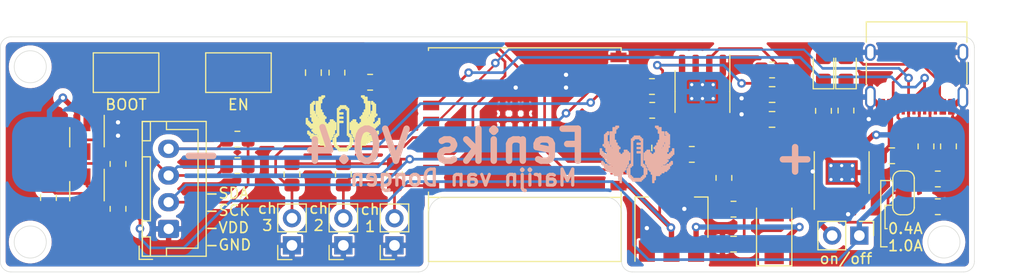
<source format=kicad_pcb>
(kicad_pcb (version 20211014) (generator pcbnew)
  (layers (0 "F.Cu" signal) (31 "B.Cu" signal) (34 "B.Paste" user) (35 "F.Paste" user) (36 "B.SilkS" user "B.Silkscreen") (37 "F.SilkS" user "F.Silkscreen") (38 "B.Mask" user) (39 "F.Mask" user) (44 "Edge.Cuts" user))
  (net 0 "")
  (net 1 "ADC_CH0")
  (net 2 "ADC_CH1")
  (net 3 "ADC_CH3")
  (net 4 "ADC_CH4")
  (net 7 "GND")
  (net 9 "+3.3V")
  (net 10 "+BATT")
  (net 11 "Net-(C1-Pad2)")
  (net 12 "Net-(C2-Pad1)")
  (net 13 "Net-(BT1-Pad2)")
  (net 14 "+5V")
  (net 15 "Net-(D1-Pad1)")
  (net 16 "Net-(D2-Pad1)")
  (net 17 "Net-(D3-Pad2)")
  (net 18 "Net-(JP1-Pad1)")
  (net 19 "Net-(J1-PadA5)")
  (net 20 "Net-(JP1-Pad3)")
  (net 21 "Net-(R9-Pad2)")
  (net 22 "Net-(R10-Pad2)")
  (net 23 "+VSW")
  (net 24 "D+")
  (net 25 "Net-(R15-Pad2)")
  (net 26 "Net-(C4-Pad2)")
  (net 27 "Net-(R18-Pad1)")
  (net 31 "D-")
  (net 32 "Net-(R17-Pad1)")
  (net 33 "Net-(R19-Pad2)")
  (net 34 "Net-(R20-Pad2)")
  (net 38 "Net-(J1-PadB5)")
  (net 39 "OLED_SDA")
  (net 40 "OLED_SLC")
  (net 41 "Net-(U2-Pad1)")
  (net 42 "Net-(U2-Pad3)")
  (net 44 "Net-(JP1-Pad2)")
  (footprint "Resistor_SMD:R_0805_2012Metric_Pad1.20x1.40mm_HandSolder" (layer "F.Cu") (at 64.5 110.7 180)
    (fp_text reference "R14" hide)
    (fp_text value "10k")
  )
  (footprint "Capacitor_SMD:C_0805_2012Metric_Pad1.18x1.45mm_HandSolder" (layer "F.Cu") (at 114.445 106.375 180)
    (fp_text reference "C3" hide)
    (fp_text value "47uF")
  )
  (footprint "Resistor_SMD:R_0805_2012Metric_Pad1.20x1.40mm_HandSolder" (layer "F.Cu") (at 119.25 105.575 -90)
    (fp_text reference "R10" hide)
    (fp_text value "1k")
  )
  (footprint "Diode_SMD:D_SMA" (layer "F.Cu") (at 114.645 116.675 90)
    (fp_text reference "D3" hide)
    (fp_text value "D_Schottky")
  )
  (footprint "Capacitor_SMD:C_0805_2012Metric_Pad1.18x1.45mm_HandSolder" (layer "F.Cu") (at 114.45 104.05 180)
    (fp_text reference "C5" hide)
    (fp_text value "47uF")
  )
  (footprint "Resistor_SMD:R_0805_2012Metric_Pad1.20x1.40mm_HandSolder" (layer "F.Cu") (at 109.95 111.85 90)
    (fp_text reference "R20" hide)
    (fp_text value "68k")
  )
  (footprint "Package_TO_SOT_SMD:SOT-23-6_Handsoldering" (layer "F.Cu") (at 50.45 113.095 -90)
    (fp_text reference "U2" hide)
    (fp_text value "DW01")
  )
  (footprint "Resistor_SMD:R_0805_2012Metric_Pad1.20x1.40mm_HandSolder" (layer "F.Cu") (at 103.225 103.3)
    (fp_text reference "R8" hide)
    (fp_text value "10K")
  )
  (footprint "Package_SO:SOIC-8-1EP_3.9x4.9mm_P1.27mm_EP2.29x3mm_ThermalVias" (layer "F.Cu") (at 107.945 103.775 -90)
    (fp_text reference "U5" hide)
    (fp_text value "FP6298")
  )
  (footprint "Resistor_SMD:R_0805_2012Metric_Pad1.20x1.40mm_HandSolder" (layer "F.Cu") (at 53.35 110.545 90)
    (fp_text reference "R18" hide)
    (fp_text value "1k")
  )
  (footprint "Resistor_SMD:R_0805_2012Metric_Pad1.20x1.40mm_HandSolder" (layer "F.Cu") (at 129.93 111.95 180)
    (fp_text reference "R11" hide)
    (fp_text value "1.2k")
  )
  (footprint "LED_SMD:LED_0805_2012Metric_Pad1.15x1.40mm_HandSolder" (layer "F.Cu") (at 119.25 101.65 90)
    (fp_text reference "D2" hide)
    (fp_text value "red")
  )
  (footprint "Connector_JST:JST_XH_B4B-XH-A_1x04_P2.50mm_Vertical" (layer "F.Cu") (at 58.075 116.625 90)
    (fp_text reference "J2" hide)
    (fp_text value "I2C OLED")
  )
  (footprint "Capacitor_SMD:C_0805_2012Metric_Pad1.18x1.45mm_HandSolder" (layer "F.Cu") (at 103.95 109.05 90)
    (fp_text reference "C7" hide)
    (fp_text value "47uF")
  )
  (footprint "Resistor_SMD:R_0805_2012Metric_Pad1.20x1.40mm_HandSolder" (layer "F.Cu") (at 79.175 111.515 90)
    (fp_text reference "R1" hide)
    (fp_text value "10K")
  )
  (footprint "Resistor_SMD:R_0805_2012Metric_Pad1.20x1.40mm_HandSolder" (layer "F.Cu") (at 106.95 109.65 180)
    (fp_text reference "R21" hide)
    (fp_text value "10k")
  )
  (footprint "Capacitor_SMD:C_0805_2012Metric_Pad1.18x1.45mm_HandSolder" (layer "F.Cu") (at 46.85 113.7 -90)
    (fp_text reference "C4" hide)
    (fp_text value "100nF")
  )
  (footprint "Espressif:ESP32-C3-WROOM-02" (layer "F.Cu") (at 91.35 106.675 180)
    (fp_text reference "U4" hide)
    (fp_text value "ESP32-C3-WROOM-02")
  )
  (footprint "Capacitor_SMD:C_0805_2012Metric_Pad1.18x1.45mm_HandSolder" (layer "F.Cu") (at 110.85 118.05 180)
    (fp_text reference "C6" hide)
    (fp_text value "47uF")
  )
  (footprint "Jumper:SolderJumper-3_P1.3mm_Open_RoundedPad1.0x1.5mm_NumberLabels" (layer "F.Cu") (at 126.73 113.25 90)
    (fp_text reference "JP1" hide)
    (fp_text value "Jumper_3_Open")
  )
  (footprint "Costom_footprints:CD43" (layer "F.Cu") (at 113.745 110.175 -90)
    (fp_text reference "L1" hide)
    (fp_text value "3.3uH")
  )
  (footprint "Resistor_SMD:R_0805_2012Metric_Pad1.20x1.40mm_HandSolder" (layer "F.Cu") (at 130.925 108.9 -90)
    (fp_text reference "R5" hide)
    (fp_text value "5.1k")
  )
  (footprint "Connector_PinSocket_2.54mm:PinSocket_1x02_P2.54mm_Vertical" (layer "F.Cu") (at 69.6 118.165 180)
    (fp_text reference "NTC3" hide)
    (fp_text value "Thermistor_NTC")
  )
  (footprint "Resistor_SMD:R_0805_2012Metric_Pad1.20x1.40mm_HandSolder" (layer "F.Cu") (at 128.825 108.9 -90)
    (fp_text reference "R6" hide)
    (fp_text value "5.1k")
  )
  (footprint "Connector_PinSocket_2.54mm:PinSocket_1x02_P2.54mm_Vertical" (layer "F.Cu") (at 74.4 118.165 180)
    (fp_text reference "NTC2" hide)
    (fp_text value "Thermistor_NTC")
  )
  (footprint "Capacitor_SMD:C_0805_2012Metric_Pad1.18x1.45mm_HandSolder" (layer "F.Cu") (at 71.6 102 90)
    (fp_text reference "C1" hide)
    (fp_text value "1uF")
  )
  (footprint "Button_Switch_SMD:SW_SPST_CK_RS282G05A3" (layer "F.Cu") (at 64.6 102)
    (fp_text reference "SW3" hide)
    (fp_text value "SW_Push")
  )
  (footprint "Package_SO:SOIC-8-1EP_3.9x4.9mm_P1.27mm_EP2.29x3mm_ThermalVias" (layer "F.Cu") (at 120.95 111.35 90)
    (fp_text reference "U1" hide)
    (fp_text value "TP4056")
  )
  (footprint "Resistor_SMD:R_0805_2012Metric_Pad1.20x1.40mm_HandSolder" (layer "F.Cu") (at 76.9 102.9)
    (fp_text reference "R15" hide)
    (fp_text value "10k")
  )
  (footprint "Package_TO_SOT_SMD:SOT-23-6_Handsoldering" (layer "F.Cu") (at 50.45 108.045 -90)
    (fp_text reference "U3" hide)
    (fp_text value "FS8205A")
  )
  (footprint "Resistor_SMD:R_0805_2012Metric_Pad1.20x1.40mm_HandSolder" (layer "F.Cu") (at 103.25 105.525 180)
    (fp_text reference "R7" hide)
    (fp_text value "20K")
  )
  (footprint "Resistor_SMD:R_0805_2012Metric_Pad1.20x1.40mm_HandSolder" (layer "F.Cu") (at 64.5 108.225 180)
    (fp_text reference "R14" hide)
    (fp_text value "10k")
  )
  (footprint "Package_TO_SOT_SMD:SOT-223-3_TabPin2" (layer "F.Cu") (at 105.05 115.55 90)
    (fp_text reference "U6" hide)
    (fp_text value "LM1117-3.3")
  )
  (footprint "Capacitor_SMD:C_0805_2012Metric_Pad1.18x1.45mm_HandSolder" (layer "F.Cu") (at 125.63 109.78)
    (fp_text reference "C2" hide)
    (fp_text value "47uF")
  )
  (footprint "Connector_USB:USB_C_Receptacle_HRO_TYPE-C-31-M-12" (layer "F.Cu") (at 127.95 101.15 180)
    (fp_text reference "J1" hide)
    (fp_text value "USB_C_Receptacle_USB2.0")
  )
  (footprint "Resistor_SMD:R_0805_2012Metric_Pad1.20x1.40mm_HandSolder" (layer "F.Cu") (at 73.8 102 -90)
    (fp_text reference "R16" hide)
    (fp_text value "10k")
  )
  (footprint "Button_Switch_SMD:SW_SPST_CK_RS282G05A3" (layer "F.Cu") (at 54.1 102)
    (fp_text reference "SW2" hide)
    (fp_text value "SW_Push")
  )
  (footprint "Resistor_SMD:R_0805_2012Metric_Pad1.20x1.40mm_HandSolder" (layer "F.Cu") (at 121.35 105.55 -90)
    (fp_text reference "R9" hide)
    (fp_text value "1k")
  )
  (footprint "Resistor_SMD:R_0805_2012Metric_Pad1.20x1.40mm_HandSolder" (layer "F.Cu") (at 69.6 111.515 90)
    (fp_text reference "R3" hide)
    (fp_text value "10K")
  )
  (footprint "Connector_PinSocket_2.54mm:PinSocket_1x02_P2.54mm_Vertical" (layer "F.Cu") (at 79.175 118.165 180)
    (fp_text reference "NTC1" hide)
    (fp_text value "Thermistor_NTC")
  )
  (footprint "Resistor_SMD:R_0805_2012Metric_Pad1.20x1.40mm_HandSolder" (layer "F.Cu") (at 114.45 101.75 180)
    (fp_text reference "R17" hide)
    (fp_text value "26k")
  )
  (footprint "Resistor_SMD:R_0805_2012Metric_Pad1.20x1.40mm_HandSolder" (layer "F.Cu") (at 129.93 114.55 180)
    (fp_text reference "R12" hide)
    (fp_text value "3k")
  )
  (footprint "Connector_PinHeader_2.54mm:PinHeader_1x02_P2.54mm_Vertical" (layer "F.Cu") (at 122.6 117.25 -90)
    (fp_text reference "SW1" hide)
    (fp_text value "SW_SPST")
  )
  (footprint "Resistor_SMD:R_0805_2012Metric_Pad1.20x1.40mm_HandSolder" (layer "F.Cu") (at 74.4 111.515 90)
    (fp_text reference "R2" hide)
    (fp_text value "10K")
  )
  (footprint "LED_SMD:LED_0805_2012Metric_Pad1.15x1.40mm_HandSolder" (layer "F.Cu") (at 121.35 101.65 90)
    (fp_text reference "D1" hide)
    (fp_text value "green")
  )
  (footprint "Resistor_SMD:R_0805_2012Metric_Pad1.20x1.40mm_HandSolder" (layer "F.Cu") (at 110.845 114.775 180)
    (fp_text reference "R19" hide)
    (fp_text value "5.1k")
  )
  (footprint "Resistor_SMD:R_0805_2012Metric_Pad1.20x1.40mm_HandSolder" (layer "F.Cu") (at 53.35 114.745 90)
    (fp_text reference "R13" hide)
    (fp_text value "100")
  )
  (footprint "Costom_footprints:18650SMT holder" (layer "B.Cu") (at 87.95 109.65 90)
    (fp_text reference "BT1" hide)
    (fp_text value "Battery_Cell")
  )
  (gr_poly (pts (xy 102.096652 108.0625) (xy 102.228944 108.0625) (xy 102.228944 108.194792) (xy 102.361236 108.194792) (xy 102.361236 110.576042) (xy 102.493527 110.576042) (xy 102.493527 110.708333) (xy 102.625819 110.708333) (xy 102.625819 110.972917) (xy 102.758111 110.972917) (xy 102.758111 111.502084) (xy 102.625819 111.502084) (xy 102.625819 111.766667) (xy 102.493527 111.766667) (xy 102.493527 111.898959) (xy 102.361236 111.898959) (xy 102.361236 112.03125) (xy 102.228944 112.03125) (xy 102.228944 112.163542) (xy 101.435194 112.163542) (xy 101.435194 112.03125) (xy 101.302903 112.03125) (xy 101.302903 111.898959) (xy 101.170611 111.898959) (xy 101.170611 111.766667) (xy 101.038319 111.766667) (xy 101.038319 111.634375) (xy 101.170611 111.634375) (xy 101.302903 111.634375) (xy 101.302903 111.766667) (xy 101.435194 111.766667) (xy 101.435194 111.898959) (xy 102.228944 111.898959) (xy 102.228944 111.766667) (xy 102.361236 111.766667) (xy 102.361236 111.634375) (xy 102.493527 111.634375) (xy 102.493527 110.840625) (xy 102.361236 110.840625) (xy 102.361236 110.708333) (xy 102.228944 110.708333) (xy 102.228944 109.517708) (xy 101.832069 109.517708) (xy 101.832069 109.385417) (xy 102.228944 109.385417) (xy 102.228944 109.120834) (xy 101.832069 109.120834) (xy 101.832069 108.988542) (xy 102.228944 108.988542) (xy 102.228944 108.723959) (xy 101.832069 108.723959) (xy 101.832069 108.591667) (xy 102.228944 108.591667) (xy 102.228944 108.327084) (xy 102.096652 108.327084) (xy 102.096652 108.194792) (xy 101.567486 108.194792) (xy 101.567486 108.327084) (xy 101.435194 108.327084) (xy 101.435194 110.708333) (xy 101.302903 110.708333) (xy 101.302903 110.840625) (xy 101.170611 110.840625) (xy 101.170611 111.634375) (xy 101.038319 111.634375) (xy 101.038319 111.502084) (xy 100.906028 111.502084) (xy 100.906028 110.972917) (xy 101.038319 110.972917) (xy 101.038319 110.708333) (xy 101.170611 110.708333) (xy 101.170611 110.576042) (xy 101.302903 110.576042) (xy 101.302903 108.194792) (xy 101.435194 108.194792) (xy 101.435194 108.0625) (xy 101.567486 108.0625) (xy 101.567486 107.930209) (xy 102.096652 107.930209)) (layer "B.SilkS") (width 0.1) (fill solid))
  (gr_poly (pts (xy 103.816444 107.136459) (xy 104.081027 107.136459) (xy 104.081027 107.533334) (xy 104.34561 107.533334) (xy 104.34561 108.723959) (xy 104.477902 108.723959) (xy 104.477902 108.459375) (xy 104.610194 108.459375) (xy 104.610194 107.797917) (xy 104.477902 107.797917) (xy 104.477902 107.533334) (xy 104.610194 107.533334) (xy 104.610194 107.665625) (xy 104.742485 107.665625) (xy 104.742485 107.797917) (xy 104.874777 107.797917) (xy 104.874777 108.723959) (xy 104.742485 108.723959) (xy 104.742485 108.85625) (xy 104.874777 108.85625) (xy 104.874777 108.988542) (xy 104.742485 108.988542) (xy 104.742485 109.385417) (xy 104.610194 109.385417) (xy 104.610194 109.65) (xy 104.874777 109.65) (xy 104.874777 109.517708) (xy 105.007069 109.517708) (xy 105.007069 109.385417) (xy 105.13936 109.385417) (xy 105.13936 109.120834) (xy 105.271652 109.120834) (xy 105.271652 109.65) (xy 105.13936 109.65) (xy 105.13936 109.782292) (xy 105.007069 109.782292) (xy 105.007069 109.914584) (xy 104.874777 109.914584) (xy 104.874777 110.046875) (xy 104.610194 110.046875) (xy 104.610194 110.179167) (xy 104.742485 110.179167) (xy 104.742485 110.311459) (xy 104.610194 110.311459) (xy 104.610194 110.44375) (xy 104.477902 110.44375) (xy 104.477902 110.576042) (xy 104.213319 110.576042) (xy 104.213319 110.708333) (xy 104.610194 110.708333) (xy 104.610194 110.576042) (xy 104.874777 110.576042) (xy 104.874777 110.44375) (xy 105.007069 110.44375) (xy 105.007069 110.311459) (xy 105.13936 110.311459) (xy 105.13936 110.576042) (xy 105.007069 110.576042) (xy 105.007069 110.708333) (xy 104.874777 110.708333) (xy 104.874777 110.972917) (xy 104.742485 110.972917) (xy 104.742485 111.105209) (xy 104.610194 111.105209) (xy 104.610194 111.2375) (xy 104.34561 111.2375) (xy 104.34561 111.369791) (xy 104.081027 111.369791) (xy 104.081027 111.502084) (xy 103.948735 111.502084) (xy 103.948735 111.634375) (xy 103.551861 111.634375) (xy 103.551861 112.03125) (xy 103.419569 112.03125) (xy 103.419569 112.295834) (xy 103.287277 112.295834) (xy 103.287277 111.502084) (xy 103.154986 111.502084) (xy 103.154986 111.2375) (xy 103.022694 111.2375) (xy 103.022694 111.105209) (xy 102.890402 111.105209) (xy 102.890402 110.840625) (xy 104.081027 110.840625) (xy 104.213319 110.840625) (xy 104.213319 110.708333) (xy 104.081027 110.708333) (xy 104.081027 110.840625) (xy 102.890402 110.840625) (xy 102.758111 110.840625) (xy 102.758111 110.576042) (xy 102.625819 110.576042) (xy 102.625819 110.179167) (xy 102.493527 110.179167) (xy 102.493527 109.517708) (xy 102.625819 109.517708) (xy 102.625819 109.385417) (xy 102.758111 109.385417) (xy 102.758111 109.253125) (xy 103.022694 109.253125) (xy 103.022694 109.517708) (xy 103.154986 109.517708) (xy 103.154986 109.65) (xy 103.419569 109.65) (xy 103.419569 109.517708) (xy 103.551861 109.517708) (xy 103.551861 109.120834) (xy 104.081027 109.120834) (xy 104.213319 109.120834) (xy 104.213319 108.988542) (xy 104.34561 108.988542) (xy 104.34561 108.723959) (xy 104.213319 108.723959) (xy 104.213319 108.988542) (xy 104.081027 108.988542) (xy 104.081027 109.120834) (xy 103.551861 109.120834) (xy 103.419569 109.120834) (xy 103.419569 108.988542) (xy 103.551861 108.988542) (xy 103.551861 108.85625) (xy 103.684152 108.85625) (xy 103.684152 108.591667) (xy 103.816444 108.591667) (xy 103.816444 108.327084) (xy 103.948735 108.327084) (xy 103.948735 107.665625) (xy 103.816444 107.665625) (xy 103.816444 107.26875) (xy 103.684152 107.26875) (xy 103.684152 107.136459) (xy 103.551861 107.136459) (xy 103.551861 107.004167) (xy 103.816444 107.004167)) (layer "B.SilkS") (width 0.1) (fill solid))
  (gr_poly (pts (xy 104.590923 108.262917) (xy 104.458631 108.262917) (xy 104.458631 108.130626) (xy 104.590923 108.130626)) (layer "B.SilkS") (width 0.5) (fill solid))
  (gr_poly (pts (xy 100.112278 107.136459) (xy 99.979986 107.136459) (xy 99.979986 107.26875) (xy 99.847694 107.26875) (xy 99.847694 107.665625) (xy 99.715403 107.665625) (xy 99.715403 108.327084) (xy 99.847694 108.327084) (xy 99.847694 108.591667) (xy 99.979986 108.591667) (xy 99.979986 108.85625) (xy 100.112278 108.85625) (xy 100.112278 108.988542) (xy 100.244569 108.988542) (xy 100.244569 109.120834) (xy 100.112278 109.120834) (xy 100.112278 109.517708) (xy 100.244569 109.517708) (xy 100.244569 109.65) (xy 100.509152 109.65) (xy 100.509152 109.517708) (xy 100.641444 109.517708) (xy 100.641444 109.253125) (xy 100.906028 109.253125) (xy 100.906028 109.385417) (xy 101.038319 109.385417) (xy 101.038319 109.517708) (xy 101.170611 109.517708) (xy 101.170611 110.179167) (xy 101.038319 110.179167) (xy 101.038319 110.576042) (xy 100.906028 110.576042) (xy 100.906028 110.840625) (xy 100.773736 110.840625) (xy 100.773736 111.105209) (xy 100.641444 111.105209) (xy 100.641444 111.2375) (xy 100.509152 111.2375) (xy 100.509152 111.502084) (xy 100.376861 111.502084) (xy 100.376861 112.295834) (xy 100.244569 112.295834) (xy 100.244569 112.03125) (xy 100.112278 112.03125) (xy 100.112278 111.634375) (xy 99.715403 111.634375) (xy 99.715403 111.502084) (xy 99.583111 111.502084) (xy 99.583111 111.369791) (xy 99.318528 111.369791) (xy 99.318528 111.2375) (xy 99.053944 111.2375) (xy 99.053944 111.105209) (xy 98.921653 111.105209) (xy 98.921653 110.972917) (xy 98.789361 110.972917) (xy 98.789361 110.840625) (xy 99.450819 110.840625) (xy 99.583111 110.840625) (xy 99.583111 110.708333) (xy 99.450819 110.708333) (xy 99.450819 110.840625) (xy 98.789361 110.840625) (xy 98.789361 110.708333) (xy 98.657069 110.708333) (xy 98.657069 110.576042) (xy 98.524778 110.576042) (xy 98.524778 110.311459) (xy 98.657069 110.311459) (xy 98.657069 110.44375) (xy 98.789361 110.44375) (xy 98.789361 110.576042) (xy 99.053944 110.576042) (xy 99.053944 110.708333) (xy 99.450819 110.708333) (xy 99.450819 110.576042) (xy 99.186236 110.576042) (xy 99.186236 110.44375) (xy 99.053944 110.44375) (xy 99.053944 110.311459) (xy 98.921653 110.311459) (xy 98.921653 110.179167) (xy 99.053944 110.179167) (xy 99.053944 110.046875) (xy 98.789361 110.046875) (xy 98.789361 109.914584) (xy 98.657069 109.914584) (xy 98.657069 109.782292) (xy 98.524778 109.782292) (xy 98.524778 109.65) (xy 98.392486 109.65) (xy 98.392486 109.120834) (xy 98.524778 109.120834) (xy 98.524778 109.385417) (xy 98.657069 109.385417) (xy 98.657069 109.517708) (xy 98.789361 109.517708) (xy 98.789361 109.65) (xy 99.053944 109.65) (xy 99.053944 109.385417) (xy 98.921653 109.385417) (xy 98.921653 109.120834) (xy 99.450819 109.120834) (xy 99.583111 109.120834) (xy 99.583111 108.988542) (xy 99.450819 108.988542) (xy 99.450819 109.120834) (xy 98.921653 109.120834) (xy 98.921653 108.988542) (xy 99.318528 108.988542) (xy 99.450819 108.988542) (xy 99.450819 108.723959) (xy 99.318528 108.723959) (xy 99.318528 108.988542) (xy 98.921653 108.988542) (xy 98.789361 108.988542) (xy 98.789361 108.85625) (xy 98.921653 108.85625) (xy 98.921653 108.723959) (xy 98.789361 108.723959) (xy 98.789361 108.85625) (xy 98.657069 108.85625) (xy 98.657069 108.723959) (xy 98.789361 108.723959) (xy 98.789361 107.797917) (xy 98.921653 107.797917) (xy 98.921653 107.665625) (xy 99.053944 107.665625) (xy 99.053944 107.533334) (xy 99.186236 107.533334) (xy 99.186236 107.797917) (xy 99.053944 107.797917) (xy 99.053944 108.459375) (xy 99.186236 108.459375) (xy 99.186236 108.723959) (xy 99.318528 108.723959) (xy 99.318528 107.533334) (xy 99.583111 107.533334) (xy 99.583111 107.136459) (xy 99.847694 107.136459) (xy 99.847694 107.004167) (xy 100.112278 107.004167)) (layer "B.SilkS") (width 0.1) (fill solid))
  (gr_line (start 124.6 118.3) (end 124.6 112.1) (layer "F.SilkS") (width 0.12))
  (gr_line (start 125 114.4) (end 125 116.6) (layer "F.SilkS") (width 0.12))
  (gr_poly (pts (xy 74.106251 105.221875) (xy 73.973959 105.221875) (xy 73.973959 105.354167) (xy 73.841667 105.354167) (xy 73.841667 107.735417) (xy 73.709376 107.735417) (xy 73.709376 107.867708) (xy 73.577084 107.867708) (xy 73.577084 108.132292) (xy 73.444792 108.132292) (xy 73.444792 108.661459) (xy 73.577084 108.661459) (xy 73.577084 108.926042) (xy 73.709376 108.926042) (xy 73.709376 109.058334) (xy 73.841667 109.058334) (xy 73.841667 109.190625) (xy 73.973959 109.190625) (xy 73.973959 109.322917) (xy 74.767709 109.322917) (xy 74.767709 109.190625) (xy 74.9 109.190625) (xy 74.9 109.058334) (xy 75.032292 109.058334) (xy 75.032292 108.926042) (xy 75.164584 108.926042) (xy 75.164584 108.79375) (xy 75.032292 108.79375) (xy 74.9 108.79375) (xy 74.9 108.926042) (xy 74.767709 108.926042) (xy 74.767709 109.058334) (xy 73.973959 109.058334) (xy 73.973959 108.926042) (xy 73.841667 108.926042) (xy 73.841667 108.79375) (xy 73.709376 108.79375) (xy 73.709376 108) (xy 73.841667 108) (xy 73.841667 107.867708) (xy 73.973959 107.867708) (xy 73.973959 106.677083) (xy 74.370834 106.677083) (xy 74.370834 106.544792) (xy 73.973959 106.544792) (xy 73.973959 106.280209) (xy 74.370834 106.280209) (xy 74.370834 106.147917) (xy 73.973959 106.147917) (xy 73.973959 105.883334) (xy 74.370834 105.883334) (xy 74.370834 105.751042) (xy 73.973959 105.751042) (xy 73.973959 105.486459) (xy 74.106251 105.486459) (xy 74.106251 105.354167) (xy 74.635417 105.354167) (xy 74.635417 105.486459) (xy 74.767709 105.486459) (xy 74.767709 107.867708) (xy 74.9 107.867708) (xy 74.9 108) (xy 75.032292 108) (xy 75.032292 108.79375) (xy 75.164584 108.79375) (xy 75.164584 108.661459) (xy 75.296875 108.661459) (xy 75.296875 108.132292) (xy 75.164584 108.132292) (xy 75.164584 107.867708) (xy 75.032292 107.867708) (xy 75.032292 107.735417) (xy 74.9 107.735417) (xy 74.9 105.354167) (xy 74.767709 105.354167) (xy 74.767709 105.221875) (xy 74.635417 105.221875) (xy 74.635417 105.089584) (xy 74.106251 105.089584)) (layer "F.SilkS") (width 0.1) (fill solid))
  (gr_line (start 125.6 114.4) (end 125 114.4) (layer "F.SilkS") (width 0.12))
  (gr_line (start 125.2 118.3) (end 124.6 118.3) (layer "F.SilkS") (width 0.12))
  (gr_line (start 125 116.6) (end 125.2 116.6) (layer "F.SilkS") (width 0.12))
  (gr_poly (pts (xy 72.386459 104.295834) (xy 72.121876 104.295834) (xy 72.121876 104.692709) (xy 71.857293 104.692709) (xy 71.857293 105.883334) (xy 71.725001 105.883334) (xy 71.725001 105.61875) (xy 71.592709 105.61875) (xy 71.592709 104.957292) (xy 71.725001 104.957292) (xy 71.725001 104.692709) (xy 71.592709 104.692709) (xy 71.592709 104.825) (xy 71.460418 104.825) (xy 71.460418 104.957292) (xy 71.328126 104.957292) (xy 71.328126 105.883334) (xy 71.460418 105.883334) (xy 71.460418 106.015625) (xy 71.328126 106.015625) (xy 71.328126 106.147917) (xy 71.460418 106.147917) (xy 71.460418 106.544792) (xy 71.592709 106.544792) (xy 71.592709 106.809375) (xy 71.328126 106.809375) (xy 71.328126 106.677083) (xy 71.195834 106.677083) (xy 71.195834 106.544792) (xy 71.063543 106.544792) (xy 71.063543 106.280209) (xy 70.931251 106.280209) (xy 70.931251 106.809375) (xy 71.063543 106.809375) (xy 71.063543 106.941667) (xy 71.195834 106.941667) (xy 71.195834 107.073959) (xy 71.328126 107.073959) (xy 71.328126 107.20625) (xy 71.592709 107.20625) (xy 71.592709 107.338542) (xy 71.460418 107.338542) (xy 71.460418 107.470834) (xy 71.592709 107.470834) (xy 71.592709 107.603125) (xy 71.725001 107.603125) (xy 71.725001 107.735417) (xy 71.989584 107.735417) (xy 71.989584 107.867708) (xy 71.592709 107.867708) (xy 71.592709 107.735417) (xy 71.328126 107.735417) (xy 71.328126 107.603125) (xy 71.195834 107.603125) (xy 71.195834 107.470834) (xy 71.063543 107.470834) (xy 71.063543 107.735417) (xy 71.195834 107.735417) (xy 71.195834 107.867708) (xy 71.328126 107.867708) (xy 71.328126 108.132292) (xy 71.460418 108.132292) (xy 71.460418 108.264584) (xy 71.592709 108.264584) (xy 71.592709 108.396875) (xy 71.857293 108.396875) (xy 71.857293 108.529166) (xy 72.121876 108.529166) (xy 72.121876 108.661459) (xy 72.254168 108.661459) (xy 72.254168 108.79375) (xy 72.651042 108.79375) (xy 72.651042 109.190625) (xy 72.783334 109.190625) (xy 72.783334 109.455209) (xy 72.915626 109.455209) (xy 72.915626 108.661459) (xy 73.047917 108.661459) (xy 73.047917 108.396875) (xy 73.180209 108.396875) (xy 73.180209 108.264584) (xy 73.312501 108.264584) (xy 73.312501 108) (xy 72.121876 108) (xy 71.989584 108) (xy 71.989584 107.867708) (xy 72.121876 107.867708) (xy 72.121876 108) (xy 73.312501 108) (xy 73.444792 108) (xy 73.444792 107.867708) (xy 73.444792 107.735417) (xy 73.577084 107.735417) (xy 73.577084 107.338542) (xy 73.709376 107.338542) (xy 73.709376 106.677083) (xy 73.577084 106.677083) (xy 73.577084 106.544792) (xy 73.444792 106.544792) (xy 73.444792 106.4125) (xy 73.180209 106.4125) (xy 73.180209 106.677083) (xy 73.047917 106.677083) (xy 73.047917 106.809375) (xy 72.783334 106.809375) (xy 72.783334 106.677083) (xy 72.651042 106.677083) (xy 72.651042 106.280209) (xy 72.121876 106.280209) (xy 71.989584 106.280209) (xy 71.989584 106.147917) (xy 71.857293 106.147917) (xy 71.857293 105.883334) (xy 71.989584 105.883334) (xy 71.989584 106.147917) (xy 72.121876 106.147917) (xy 72.121876 106.280209) (xy 72.651042 106.280209) (xy 72.783334 106.280209) (xy 72.783334 106.147917) (xy 72.651042 106.147917) (xy 72.651042 106.015625) (xy 72.518751 106.015625) (xy 72.518751 105.751042) (xy 72.386459 105.751042) (xy 72.386459 105.486459) (xy 72.254168 105.486459) (xy 72.254168 104.825) (xy 72.386459 104.825) (xy 72.386459 104.428125) (xy 72.518751 104.428125) (xy 72.518751 104.295834) (xy 72.651042 104.295834) (xy 72.651042 104.163542) (xy 72.386459 104.163542)) (layer "F.SilkS") (width 0.1) (fill solid))
  (gr_poly (pts (xy 76.090625 104.295834) (xy 76.222917 104.295834) (xy 76.222917 104.428125) (xy 76.355209 104.428125) (xy 76.355209 104.825) (xy 76.4875 104.825) (xy 76.4875 105.486459) (xy 76.355209 105.486459) (xy 76.355209 105.751042) (xy 76.222917 105.751042) (xy 76.222917 106.015625) (xy 76.090625 106.015625) (xy 76.090625 106.147917) (xy 75.958334 106.147917) (xy 75.958334 106.280209) (xy 76.090625 106.280209) (xy 76.090625 106.677083) (xy 75.958334 106.677083) (xy 75.958334 106.809375) (xy 75.693751 106.809375) (xy 75.693751 106.677083) (xy 75.561459 106.677083) (xy 75.561459 106.4125) (xy 75.296875 106.4125) (xy 75.296875 106.544792) (xy 75.164584 106.544792) (xy 75.164584 106.677083) (xy 75.032292 106.677083) (xy 75.032292 107.338542) (xy 75.164584 107.338542) (xy 75.164584 107.735417) (xy 75.296875 107.735417) (xy 75.296875 108) (xy 75.429167 108) (xy 75.429167 108.264584) (xy 75.561459 108.264584) (xy 75.561459 108.396875) (xy 75.693751 108.396875) (xy 75.693751 108.661459) (xy 75.826042 108.661459) (xy 75.826042 109.455209) (xy 75.958334 109.455209) (xy 75.958334 109.190625) (xy 76.090625 109.190625) (xy 76.090625 108.79375) (xy 76.4875 108.79375) (xy 76.4875 108.661459) (xy 76.619792 108.661459) (xy 76.619792 108.529166) (xy 76.884375 108.529166) (xy 76.884375 108.396875) (xy 77.148959 108.396875) (xy 77.148959 108.264584) (xy 77.28125 108.264584) (xy 77.28125 108.132292) (xy 77.413542 108.132292) (xy 77.413542 108) (xy 76.752084 108) (xy 76.619792 108) (xy 76.619792 107.867708) (xy 76.752084 107.867708) (xy 76.752084 108) (xy 77.413542 108) (xy 77.413542 107.867708) (xy 77.545834 107.867708) (xy 77.545834 107.735417) (xy 77.678125 107.735417) (xy 77.678125 107.470834) (xy 77.545834 107.470834) (xy 77.545834 107.603125) (xy 77.413542 107.603125) (xy 77.413542 107.735417) (xy 77.148959 107.735417) (xy 77.148959 107.867708) (xy 76.752084 107.867708) (xy 76.752084 107.735417) (xy 77.016667 107.735417) (xy 77.016667 107.603125) (xy 77.148959 107.603125) (xy 77.148959 107.470834) (xy 77.28125 107.470834) (xy 77.28125 107.338542) (xy 77.148959 107.338542) (xy 77.148959 107.20625) (xy 77.413542 107.20625) (xy 77.413542 107.073959) (xy 77.545834 107.073959) (xy 77.545834 106.941667) (xy 77.678125 106.941667) (xy 77.678125 106.809375) (xy 77.810417 106.809375) (xy 77.810417 106.280209) (xy 77.678125 106.280209) (xy 77.678125 106.544792) (xy 77.545834 106.544792) (xy 77.545834 106.677083) (xy 77.413542 106.677083) (xy 77.413542 106.809375) (xy 77.148959 106.809375) (xy 77.148959 106.544792) (xy 77.28125 106.544792) (xy 77.28125 106.280209) (xy 76.752084 106.280209) (xy 76.619792 106.280209) (xy 76.619792 106.147917) (xy 76.752084 106.147917) (xy 76.752084 106.280209) (xy 77.28125 106.280209) (xy 77.28125 106.147917) (xy 76.884375 106.147917) (xy 76.752084 106.147917) (xy 76.752084 105.883334) (xy 76.884375 105.883334) (xy 76.884375 106.147917) (xy 77.28125 106.147917) (xy 77.413542 106.147917) (xy 77.413542 106.015625) (xy 77.28125 106.015625) (xy 77.28125 105.883334) (xy 77.413542 105.883334) (xy 77.413542 106.015625) (xy 77.545834 106.015625) (xy 77.545834 105.883334) (xy 77.413542 105.883334) (xy 77.413542 104.957292) (xy 77.28125 104.957292) (xy 77.28125 104.825) (xy 77.148959 104.825) (xy 77.148959 104.692709) (xy 77.016667 104.692709) (xy 77.016667 104.957292) (xy 77.148959 104.957292) (xy 77.148959 105.61875) (xy 77.016667 105.61875) (xy 77.016667 105.883334) (xy 76.884375 105.883334) (xy 76.884375 104.692709) (xy 76.619792 104.692709) (xy 76.619792 104.295834) (xy 76.355209 104.295834) (xy 76.355209 104.163542) (xy 76.090625 104.163542)) (layer "F.SilkS") (width 0.1) (fill solid))
  (gr_line (start 124.6 112.1) (end 125.6 112.1) (layer "F.SilkS") (width 0.12))
  (gr_line (start 100.38566 115.15) (end 100.38566 119.65) (layer "Edge.Cuts") (width 0.05))
  (gr_circle (center 45.15 101.45) (end 46.65 101.45) (layer "Edge.Cuts") (width 0.05) (fill none))
  (gr_line (start 133.35 99.65) (end 133.35 119.65) (layer "Edge.Cuts") (width 0.05))
  (gr_arc (start 82.38566 119.65) (mid 82.092767 120.357107) (end 81.38566 120.65) (layer "Edge.Cuts") (width 0.05))
  (gr_line (start 82.38566 119.65) (end 82.38566 115.15) (layer "Edge.Cuts") (width 0.05))
  (gr_circle (center 45.15 117.85) (end 46.65 117.85) (layer "Edge.Cuts") (width 0.05) (fill none))
  (gr_arc (start 82.38566 115.15) (mid 82.825 114.08934) (end 83.88566 113.65) (layer "Edge.Cuts") (width 0.05))
  (gr_arc (start 43.35 120.65) (mid 42.642893 120.357107) (end 42.35 119.65) (layer "Edge.Cuts") (width 0.05))
  (gr_line (start 43.35 120.65) (end 81.38566 120.65) (layer "Edge.Cuts") (width 0.05))
  (gr_arc (start 101.38566 120.65) (mid 100.678553 120.357107) (end 100.38566 119.65) (layer "Edge.Cuts") (width 0.05))
  (gr_arc (start 133.35 119.65) (mid 133.057107 120.357107) (end 132.35 120.65) (layer "Edge.Cuts") (width 0.05))
  (gr_arc (start 132.35 98.65) (mid 133.057107 98.942893) (end 133.35 99.65) (layer "Edge.Cuts") (width 0.05))
  (gr_line (start 132.35 98.65) (end 43.35 98.65) (layer "Edge.Cuts") (width 0.05))
  (gr_line (start 83.88566 113.65) (end 98.88566 113.65) (layer "Edge.Cuts") (width 0.05))
  (gr_arc (start 42.35 99.65) (mid 42.642893 98.942893) (end 43.35 98.65) (layer "Edge.Cuts") (width 0.05))
  (gr_arc (start 98.88566 113.65) (mid 99.946295 114.089365) (end 100.38566 115.15) (layer "Edge.Cuts") (width 0.05))
  (gr_circle (center 130.5 117.85) (end 132 117.85) (layer "Edge.Cuts") (width 0.05) (fill none))
  (gr_line (start 132.35 120.65) (end 101.38566 120.65) (layer "Edge.Cuts") (width 0.05))
  (gr_line (start 42.35 119.65) (end 42.35 99.65) (layer "Edge.Cuts") (width 0.05))
  (gr_text "Marijn van Dongen\n" (at 85.610194 111.845625) (layer "B.SilkS") (effects (font (size 1.5 1.5) (thickness 0.3)) (justify mirror)))
  (gr_text "+" (at 116.6 109.9) (layer "B.SilkS") (effects (font (size 3 3) (thickness 0.6)) (justify mirror)))
  (gr_text "-" (at 61.1 110 180) (layer "B.SilkS") (effects (font (size 3 3) (thickness 0.6)) (justify mirror)))
  (gr_text "Feniks V0.4" (at 83.949777 108.886875) (layer "B.SilkS") (effects (font (size 3 3) (thickness 0.6)) (justify mirror)))
  (gr_text "EN" (at 64.6 105) (layer "F.SilkS") (effects (font (size 1 1))))
  (gr_text "0.4A\n1.0A\n" (at 126.9 117.4) (layer "F.SilkS") (effects (font (size 1 1))))
  (gr_text "-SDA\n-SCK\n-VDD\n-GND" (at 61.4 115.7) (layer "F.SilkS") (effects (font (size 1 1)) (justify left)))
  (gr_text "ch\n3\n" (at 67.3 115.5) (layer "F.SilkS") (effects (font (size 1 1))))
  (gr_text "ch\n1\n" (at 76.9 115.6) (layer "F.SilkS") (effects (font (size 1 1))))
  (gr_text "on/off\n" (at 121.35 119.4) (layer "F.SilkS") (effects (font (size 1 1))))
  (gr_text "BOOT" (at 54.1 105) (layer "F.SilkS") (effects (font (size 1 1))))
  (gr_text "ch\n2\n" (at 72.1 115.5) (layer "F.SilkS") (effects (font (size 1 1))))
  (segment (start 79.175 115.625) (end 79.175 112.515) (width 0.25) (layer "F.Cu") (net 1))
  (segment (start 79.175 112.515) (end 79.235 112.575) (width 0.25) (layer "F.Cu") (net 1))
  (segment (start 79.235 112.575) (end 82.6 112.575) (width 0.25) (layer "F.Cu") (net 1))
  (segment (start 82.15 111.525) (end 82.6 111.075) (width 0.25) (layer "F.Cu") (net 2))
  (segment (start 74.4 112.515) (end 75.39 111.525) (width 0.25) (layer "F.Cu") (net 2))
  (segment (start 74.4 112.515) (end 74.4 115.625) (width 0.25) (layer "F.Cu") (net 2))
  (segment (start 75.39 111.525) (end 82.15 111.525) (width 0.25) (layer "F.Cu") (net 2))
  (segment (start 69.115 112.515) (end 69.6 112.515) (width 0.25) (layer "F.Cu") (net 3))
  (segment (start 82.6 108.075) (end 80.9 108.075) (width 0.25) (layer "F.Cu") (net 3))
  (segment (start 80.9 108.075) (end 80.05 108.925) (width 0.25) (layer "F.Cu") (net 3))
  (segment (start 80.05 108.925) (end 68.975 108.925) (width 0.25) (layer "F.Cu") (net 3))
  (segment (start 68.975 108.925) (end 68.075 109.825) (width 0.25) (layer "F.Cu") (net 3))
  (segment (start 68.075 109.825) (end 68.075 111.475) (width 0.25) (layer "F.Cu") (net 3))
  (segment (start 68.075 111.475) (end 69.115 112.515) (width 0.25) (layer "F.Cu") (net 3))
  (segment (start 69.6 112.515) (end 69.6 115.625) (width 0.25) (layer "F.Cu") (net 3))
  (segment (start 102.25 108.85) (end 102.25 105.525) (width 0.25) (layer "F.Cu") (net 4))
  (segment (start 100.1 109.575) (end 101.525 109.575) (width 0.25) (layer "F.Cu") (net 4))
  (segment (start 102.225 103.3) (end 102.225 105.5) (width 0.25) (layer "F.Cu") (net 4))
  (segment (start 102.225 105.5) (end 102.25 105.525) (width 0.25) (layer "F.Cu") (net 4))
  (segment (start 101.525 109.575) (end 102.25 108.85) (width 0.25) (layer "F.Cu") (net 4))
  (segment (start 51.4 107.595) (end 51.4 106.695) (width 0.25) (layer "F.Cu") (net 7))
  (segment (start 124.545 105.195) (end 123.63 104.28) (width 0.5) (layer "F.Cu") (net 7))
  (segment (start 121.585 115.215) (end 121.55 115.25) (width 0.5) (layer "F.Cu") (net 7))
  (segment (start 121.585 113.825) (end 121.585 115.215) (width 0.5) (layer "F.Cu") (net 7))
  (segment (start 53.35 109.545) (end 51.4 107.595) (width 0.25) (layer "F.Cu") (net 7))
  (segment (start 102.75 118.7) (end 102.75 116.55) (width 0.5) (layer "F.Cu") (net 7))
  (segment (start 118.25 113.03) (end 119.045 113.825) (width 0.5) (layer "F.Cu") (net 7))
  (segment (start 131.355 105.195) (end 132.27 104.28) (width 0.5) (layer "F.Cu") (net 7))
  (segment (start 118.25 111.25) (end 118.25 113.03) (width 0.5) (layer "F.Cu") (net 7))
  (segment (start 124.7 105.195) (end 124.545 105.195) (width 0.5) (layer "F.Cu") (net 7))
  (segment (start 131.2 105.195) (end 131.355 105.195) (width 0.5) (layer "F.Cu") (net 7))
  (via (at 53.35 106.65) (size 0.8) (drill 0.4) (layers "F.Cu" "B.Cu") (net 7))
  (via (at 90.5 103.4) (size 0.8) (drill 0.4) (layers "F.Cu" "B.Cu") (net 7))
  (via (at 123.48 106.35) (size 0.8) (drill 0.4) (layers "F.Cu" "B.Cu") (net 7))
  (via (at 53.35 107.9) (size 0.8) (drill 0.4) (layers "F.Cu" "B.Cu") (net 7))
  (via (at 102.75 116.55) (size 0.8) (drill 0.4) (layers "F.Cu" "B.Cu") (net 7))
  (via (at 118.25 111.25) (size 0.8) (drill 0.4) (layers "F.Cu" "B.Cu") (net 7))
  (via (at 111.6 104.4) (size 0.8) (drill 0.4) (layers "F.Cu" "B.Cu") (net 7))
  (via (at 95.2 102.2) (size 0.8) (drill 0.4) (layers "F.Cu" "B.Cu") (net 7))
  (via (at 95.2 103.4) (size 0.8) (drill 0.4) (layers "F.Cu" "B.Cu") (net 7))
  (via (at 106.25 114.75) (size 0.8) (drill 0.4) (layers "F.Cu" "B.Cu") (net 7))
  (via (at 111.6 105.9) (size 0.8) (drill 0.4) (layers "F.Cu" "B.Cu") (net 7))
  (via (at 121.55 115.25) (size 0.8) (drill 0.4) (layers "F.Cu" "B.Cu") (net 7))
  (segment (start 103.95 115.45) (end 103.95 110.0875) (width 0.25) (layer "F.Cu") (net 9))
  (segment (start 105 116.5) (end 105.05 116.55) (width 0.5) (layer "F.Cu") (net 9))
  (segment (start 105.05 116.55) (end 105.05 118.7) (width 0.5) (layer "F.Cu") (net 9))
  (segment (start 58.075 114.125) (end 63.875 114.125) (width 0.25) (layer "F.Cu") (net 9))
  (segment (start 79.175 110.515) (end 74.4 110.515) (width 0.25) (layer "F.Cu") (net 9))
  (segment (start 63.875 114.125) (end 65.5 112.5) (width 0.25) (layer "F.Cu") (net 9))
  (segment (start 100.1 112.575) (end 101.075 112.575) (width 0.5) (layer "F.Cu") (net 9))
  (segment (start 73.9 102.9) (end 73.8 103) (width 0.25) (layer "F.Cu") (net 9))
  (segment (start 80.6 110.1) (end 79.59 110.1) (width 0.25) (layer "F.Cu") (net 9))
  (segment (start 65.5 110.7) (end 65.5 108.225) (width 0.25) (layer "F.Cu") (net 9))
  (segment (start 65.5 108.225) (end 68.575 108.225) (width 0.25) (layer "F.Cu") (net 9))
  (segment (start 65.5 112.5) (end 65.5 110.7) (width 0.25) (layer "F.Cu") (net 9))
  (segment (start 105 116.5) (end 103.95 115.45) (width 0.25) (layer "F.Cu") (net 9))
  (segment (start 79.59 110.1) (end 79.175 110.515) (width 0.25) (layer "F.Cu") (net 9))
  (segment (start 68.575 108.225) (end 73.8 103) (width 0.25) (layer "F.Cu") (net 9))
  (segment (start 75.9 102.9) (end 73.9 102.9) (width 0.25) (layer "F.Cu") (net 9))
  (segment (start 74.4 110.515) (end 69.6 110.515) (width 0.25) (layer "F.Cu") (net 9))
  (segment (start 101.075 112.575) (end 105 116.5) (width 0.5) (layer "F.Cu") (net 9))
  (via (at 105 116.5) (size 0.8) (drill 0.4) (layers "F.Cu" "B.Cu") (net 9))
  (via (at 80.6 110.1) (size 0.8) (drill 0.4) (layers "F.Cu" "B.Cu") (net 9))
  (segment (start 80.525 110.1) (end 78.125 112.5) (width 0.25) (layer "B.Cu") (net 9))
  (segment (start 59.7 112.5) (end 58.075 114.125) (width 0.25) (layer "B.Cu") (net 9))
  (segment (start 98.6 110.1) (end 105 116.5) (width 0.25) (layer "B.Cu") (net 9))
  (segment (start 78.125 112.5) (end 59.7 112.5) (width 0.25) (layer "B.Cu") (net 9))
  (segment (start 80.6 110.1) (end 98.6 110.1) (width 0.25) (layer "B.Cu") (net 9))
  (segment (start 80.6 110.1) (end 80.525 110.1) (width 0.25) (layer "B.Cu") (net 9))
  (segment (start 55.4 115.795) (end 53.35 113.745) (width 0.25) (layer "F.Cu") (net 10))
  (segment (start 124.18 107.82) (end 123.91 107.82) (width 0.5) (layer "F.Cu") (net 10))
  (segment (start 55.4 116.6) (end 55.4 115.795) (width 0.25) (layer "F.Cu") (net 10))
  (segment (start 123.91 107.82) (end 122.855 108.875) (width 0.5) (layer "F.Cu") (net 10))
  (via (at 124.18 107.82) (size 0.8) (drill 0.4) (layers "F.Cu" "B.Cu") (net 10))
  (via (at 55.4 116.6) (size 0.8) (drill 0.4) (layers "F.Cu" "B.Cu") (net 10))
  (segment (start 80.4 112.2) (end 78.6 114) (width 0.25) (layer "B.Cu") (net 10))
  (segment (start 124.18 107.82) (end 125.4 107.82) (width 0.5) (layer "B.Cu") (net 10))
  (segment (start 101.5 118.1) (end 101.5 114.15) (width 0.25) (layer "B.Cu") (net 10))
  (segment (start 99.55 112.2) (end 80.4 112.2) (width 0.25) (layer "B.Cu") (net 10))
  (segment (start 63.9 114) (end 59.5 118.4) (width 0.25) (layer "B.Cu") (net 10))
  (segment (start 122.6 116) (end 122.6 117.25) (width 0.5) (layer "B.Cu") (net 10))
  (segment (start 125.4 107.82) (end 127.23 109.65) (width 0.5) (layer "B.Cu") (net 10))
  (segment (start 56.3 118.4) (end 55.4 117.5) (width 0.25) (layer "B.Cu") (net 10))
  (segment (start 101.5 114.15) (end 99.55 112.2) (width 0.25) (layer "B.Cu") (net 10))
  (segment (start 59.5 118.4) (end 56.3 118.4) (width 0.25) (layer "B.Cu") (net 10))
  (segment (start 120.675 119.5) (end 102.9 119.5) (width 0.25) (layer "B.Cu") (net 10))
  (segment (start 128.95 109.65) (end 122.6 116) (width 0.5) (layer "B.Cu") (net 10))
  (segment (start 122.625 117.55) (end 120.675 119.5) (width 0.25) (layer "B.Cu") (net 10))
  (segment (start 55.4 117.5) (end 55.4 116.6) (width 0.25) (layer "B.Cu") (net 10))
  (segment (start 78.6 114) (end 63.9 114) (width 0.25) (layer "B.Cu") (net 10))
  (segment (start 127.23 109.65) (end 128.95 109.65) (width 0.5) (layer "B.Cu") (net 10))
  (segment (start 102.9 119.5) (end 101.5 118.1) (width 0.25) (layer "B.Cu") (net 10))
  (segment (start 75.7 101) (end 73.8 101) (width 0.25) (layer "F.Cu") (net 11))
  (segment (start 71.6 100.9625) (end 70.5625 102) (width 0.25) (layer "F.Cu") (net 11))
  (segment (start 77.4 99.3) (end 75.7 101) (width 0.25) (layer "F.Cu") (net 11))
  (segment (start 100.1 111.075) (end 95.075 111.075) (width 0.25) (layer "F.Cu") (net 11))
  (segment (start 93.2 104) (end 88.5 99.3) (width 0.25) (layer "F.Cu") (net 11))
  (segment (start 95.075 111.075) (end 93.2 109.2) (width 0.25) (layer "F.Cu") (net 11))
  (segment (start 93.2 109.2) (end 93.2 104) (width 0.25) (layer "F.Cu") (net 11))
  (segment (start 71.6 100.9625) (end 73.7625 100.9625) (width 0.25) (layer "F.Cu") (net 11))
  (segment (start 73.7625 100.9625) (end 73.8 101) (width 0.25) (layer "F.Cu") (net 11))
  (segment (start 70.5625 102) (end 68.5 102) (width 0.25) (layer "F.Cu") (net 11))
  (segment (start 88.5 99.3) (end 77.4 99.3) (width 0.25) (layer "F.Cu") (net 11))
  (segment (start 121.35 100.625) (end 122.375 100.625) (width 0.25) (layer "F.Cu") (net 12))
  (segment (start 120.95 111.35) (end 123.0225 111.35) (width 0.5) (layer "F.Cu") (net 12))
  (segment (start 119.25 100.625) (end 121.35 100.625) (width 0.25) (layer "F.Cu") (net 12))
  (segment (start 122.855 113.825) (end 122.855 112.905) (width 0.5) (layer "F.Cu") (net 12))
  (segment (start 125.5 108.8725) (end 125.5 105.195) (width 0.5) (layer "F.Cu") (net 12))
  (segment (start 128.450305 101.225) (end 130.1 102.874695) (width 0.25) (layer "F.Cu") (net 12))
  (segment (start 122.375 100.625) (end 122.975 101.225) (width 0.25) (layer "F.Cu") (net 12))
  (segment (start 127.449695 101.225) (end 125.760001 102.914694) (width 0.25) (layer "F.Cu") (net 12))
  (segment (start 122.975 101.225) (end 128.450305 101.225) (width 0.25) (layer "F.Cu") (net 12))
  (segment (start 130.1 102.874695) (end 130.1 104.225) (width 0.25) (layer "F.Cu") (net 12))
  (segment (start 130.1 104.225) (end 130.4 104.525) (width 0.25) (layer "F.Cu") (net 12))
  (segment (start 120.95 111.35) (end 119.045 109.445) (width 0.5) (layer "F.Cu") (net 12))
  (segment (start 124.5925 109.78) (end 125.5 108.8725) (width 0.5) (layer "F.Cu") (net 12))
  (segment (start 123.0225 111.35) (end 124.5925 109.78) (width 0.5) (layer "F.Cu") (net 12))
  (segment (start 125.760001 104.314999) (end 125.5 104.575) (width 0.25) (layer "F.Cu") (net 12))
  (segment (start 119.045 109.445) (end 119.045 108.875) (width 0.5) (layer "F.Cu") (net 12))
  (segment (start 122.855 112.905) (end 121.95 112) (width 0.5) (layer "F.Cu") (net 12))
  (segment (start 130.4 104.525) (end 130.4 105.195) (width 0.25) (layer "F.Cu") (net 12))
  (segment (start 125.760001 102.914694) (end 125.760001 104.314999) (width 0.25) (layer "F.Cu") (net 12))
  (segment (start 125.5 104.575) (end 125.5 105.195) (width 0.25) (layer "F.Cu") (net 12))
  (segment (start 46.85 112.6625) (end 46.85 109.345) (width 0.25) (layer "F.Cu") (net 13))
  (segment (start 51.4 114.445) (end 51.4 113.395) (width 0.25) (layer "F.Cu") (net 13))
  (segment (start 46.85 109.345) (end 49.5 106.695) (width 0.25) (layer "F.Cu") (net 13))
  (segment (start 47.4875 113.3) (end 46.85 112.6625) (width 0.25) (layer "F.Cu") (net 13))
  (segment (start 51.305 113.3) (end 47.4875 113.3) (width 0.25) (layer "F.Cu") (net 13))
  (segment (start 51.4 113.395) (end 51.305 113.3) (width 0.25) (layer "F.Cu") (net 13))
  (segment (start 49.5 106.695) (end 49.5 105.65) (width 0.5) (layer "F.Cu") (net 13))
  (segment (start 49.5 105.65) (end 48.2 104.35) (width 0.5) (layer "F.Cu") (net 13))
  (via (at 48.2 104.35) (size 0.8) (drill 0.4) (layers "F.Cu" "B.Cu") (net 13))
  (segment (start 46.95 105.6) (end 48.2 104.35) (width 0.5) (layer "B.Cu") (net 13))
  (segment (start 46.95 109.65) (end 46.95 105.6) (width 0.5) (layer "B.Cu") (net 13))
  (segment (start 114.645 118.675) (end 114.02 118.05) (width 0.5) (layer "F.Cu") (net 14))
  (segment (start 116.87 116.45) (end 114.645 118.675) (width 0.5) (layer "F.Cu") (net 14))
  (segment (start 107.35 116.45) (end 107.35 118.7) (width 0.5) (layer "F.Cu") (net 14))
  (segment (start 111.845 114.775) (end 111.845 118.0075) (width 0.25) (layer "F.Cu") (net 14))
  (segment (start 111.845 118.0075) (end 111.8875 118.05) (width 0.25) (layer "F.Cu") (net 14))
  (segment (start 117 116.45) (end 116.87 116.45) (width 0.5) (layer "F.Cu") (net 14))
  (segment (start 114.02 118.05) (end 111.8875 118.05) (width 0.5) (layer "F.Cu") (net 14))
  (via (at 117 116.45) (size 0.8) (drill 0.4) (layers "F.Cu" "B.Cu") (net 14))
  (via (at 107.35 116.45) (size 0.8) (drill 0.4) (layers "F.Cu" "B.Cu") (net 14))
  (segment (start 107.35 116.45) (end 117 116.45) (width 0.5) (layer "B.Cu") (net 14))
  (segment (start 121.35 102.675) (end 121.35 104.55) (width 0.25) (layer "F.Cu") (net 15))
  (segment (start 119.25 102.675) (end 119.25 104.575) (width 0.25) (layer "F.Cu") (net 16))
  (segment (start 112.245 110.175) (end 112.245 108.645) (width 0.5) (layer "F.Cu") (net 17))
  (segment (start 112.245 110.175) (end 112.245 112.275) (width 0.5) (layer "F.Cu") (net 17))
  (segment (start 112.245 108.645) (end 109.85 106.25) (width 0.5) (layer "F.Cu") (net 17))
  (segment (start 112.245 112.275) (end 114.645 114.675) (width 0.5) (layer "F.Cu") (net 17))
  (segment (start 128.93 114.55) (end 126.73 114.55) (width 0.25) (layer "F.Cu") (net 18))
  (segment (start 129.2 105.195) (end 129.2 106.175) (width 0.25) (layer "F.Cu") (net 19))
  (segment (start 129.2 106.175) (end 130.925 107.9) (width 0.25) (layer "F.Cu") (net 19))
  (segment (start 126.73 111.95) (end 128.93 111.95) (width 0.25) (layer "F.Cu") (net 20))
  (segment (start 121.585 108.875) (end 121.585 106.785) (width 0.25) (layer "F.Cu") (net 21))
  (segment (start 121.585 106.785) (end 121.35 106.55) (width 0.25) (layer "F.Cu") (net 21))
  (segment (start 119.25 106.85) (end 120.315 107.915) (width 0.25) (layer "F.Cu") (net 22))
  (segment (start 119.25 106.575) (end 119.25 106.85) (width 0.25) (layer "F.Cu") (net 22))
  (segment (start 120.315 107.915) (end 120.315 108.875) (width 0.25) (layer "F.Cu") (net 22))
  (segment (start 115.245 110.175) (end 117.35 112.28) (width 0.5) (layer "F.Cu") (net 23))
  (segment (start 117.35 114.54) (end 120.06 117.25) (width 0.5) (layer "F.Cu") (net 23))
  (segment (start 106.04 101.3) (end 107.31 101.3) (width 0.25) (layer "F.Cu") (net 23))
  (segment (start 111.6 103) (end 114.4375 103) (width 0.25) (layer "F.Cu") (net 23))
  (segment (start 117.35 112.28) (end 117.35 114.54) (width 0.5) (layer "F.Cu") (net 23))
  (segment (start 115.4825 104.055) (end 115.4875 104.05) (width 0.5) (layer "F.Cu") (net 23))
  (segment (start 104.225 103.3) (end 104.225 101.8) (width 0.25) (layer "F.Cu") (net 23))
  (segment (start 103.725 101.3) (end 106.04 101.3) (width 0.25) (layer "F.Cu") (net 23))
  (segment (start 115.4825 106.375) (end 115.4825 109.9375) (width 0.5) (layer "F.Cu") (net 23))
  (segment (start 104.225 101.8) (end 103.725 101.3) (width 0.25) (layer "F.Cu") (net 23))
  (segment (start 115.4825 109.9375) (end 115.245 110.175) (width 0.5) (layer "F.Cu") (net 23))
  (segment (start 114.4375 103) (end 115.4875 104.05) (width 0.25) (layer "F.Cu") (net 23))
  (segment (start 115.4825 106.375) (end 115.4825 104.055) (width 0.5) (layer "F.Cu") (net 23))
  (via (at 111.6 103) (size 0.8) (drill 0.4) (layers "F.Cu" "B.Cu") (net 23))
  (via (at 103.725 101.3) (size 0.8) (drill 0.4) (layers "F.Cu" "B.Cu") (net 23))
  (segment (start 103.725 101.3) (end 109.9 101.3) (width 0.25) (layer "B.Cu") (net 23))
  (segment (start 109.9 101.3) (end 111.6 103) (width 0.25) (layer "B.Cu") (net 23))
  (segment (start 128.2 106.15) (end 128 106.35) (width 0.25) (layer "F.Cu") (net 24))
  (segment (start 127.2 106.15) (end 127.2 105.195) (width 0.25) (layer "F.Cu") (net 24))
  (segment (start 128 106.35) (end 127.4 106.35) (width 0.25) (layer "F.Cu") (net 24))
  (segment (start 127.2 105.195) (end 127.2 102.5) (width 0.25) (layer "F.Cu") (net 24))
  (segment (start 127.4 106.35) (end 127.2 106.15) (width 0.25) (layer "F.Cu") (net 24))
  (segment (start 88.6 101.1) (end 88.6 101.2) (width 0.2) (layer "F.Cu") (net 24))
  (segment (start 128.2 105.195) (end 128.2 106.15) (width 0.25) (layer "F.Cu") (net 24))
  (segment (start 88.6 101.2) (end 83.225 106.575) (width 0.2) (layer "F.Cu") (net 24))
  (segment (start 83.225 106.575) (end 82.6 106.575) (width 0.2) (layer "F.Cu") (net 24))
  (via (at 88.6 101.1) (size 0.8) (drill 0.4) (layers "F.Cu" "B.Cu") (net 24))
  (via (at 127.2 102.5) (size 0.8) (drill 0.4) (layers "F.Cu" "B.Cu") (net 24))
  (segment (start 127.2 102.5) (end 126.3 101.6) (width 0.25) (layer "B.Cu") (net 24))
  (segment (start 117.425 99.85) (end 119.175 101.6) (width 0.2) (layer "B.Cu") (net 24))
  (segment (start 89.85 99.85) (end 117.425 99.85) (width 0.2) (layer "B.Cu") (net 24))
  (segment (start 88.6 101.1) (end 89.85 99.85) (width 0.2) (layer "B.Cu") (net 24))
  (segment (start 126.3 101.6) (end 119.175 101.6) (width 0.25) (layer "B.Cu") (net 24))
  (segment (start 89.5 100.974695) (end 89.5 102.3) (width 0.25) (layer "F.Cu") (net 25))
  (segment (start 88.325305 99.8) (end 89.5 100.974695) (width 0.25) (layer "F.Cu") (net 25))
  (segment (start 84.725 109.575) (end 82.6 109.575) (width 0.25) (layer "F.Cu") (net 25))
  (segment (start 89.5 102.3) (end 86.5 105.3) (width 0.25) (layer "F.Cu") (net 25))
  (segment (start 86.5 105.3) (end 86.5 107.8) (width 0.25) (layer "F.Cu") (net 25))
  (segment (start 77.9 102.9) (end 77.9 101.4) (width 0.25) (layer "F.Cu") (net 25))
  (segment (start 77.9 101.4) (end 79.5 99.8) (width 0.25) (layer "F.Cu") (net 25))
  (segment (start 86.5 107.8) (end 84.725 109.575) (width 0.25) (layer "F.Cu") (net 25))
  (segment (start 79.5 99.8) (end 88.325305 99.8) (width 0.25) (layer "F.Cu") (net 25))
  (segment (start 47.8575 115.745) (end 53.35 115.745) (width 0.25) (layer "F.Cu") (net 26))
  (segment (start 46.85 114.7375) (end 47.8575 115.745) (width 0.25) (layer "F.Cu") (net 26))
  (segment (start 50.45 115.745) (end 50.45 114.445) (width 0.25) (layer "F.Cu") (net 26))
  (segment (start 50.45 112.595) (end 50.45 111.745) (width 0.25) (layer "F.Cu") (net 27))
  (segment (start 53.35 111.545) (end 52.045 112.85) (width 0.25) (layer "F.Cu") (net 27))
  (segment (start 52.045 112.85) (end 50.705 112.85) (width 0.25) (layer "F.Cu") (net 27))
  (segment (start 50.705 112.85) (end 50.45 112.595) (width 0.25) (layer "F.Cu") (net 27))
  (segment (start 86.1 102) (end 83.025 105.075) (width 0.25) (layer "F.Cu") (net 31))
  (segment (start 127.7 105.195) (end 127.7 104.325) (width 0.25) (layer "F.Cu") (net 31))
  (segment (start 128.7 103.325) (end 128.7 102.5) (width 0.25) (layer "F.Cu") (net 31))
  (segment (start 127.7 104.325) (end 128.7 103.325) (width 0.25) (layer "F.Cu") (net 31))
  (segment (start 128.7 102.5) (end 128.7 105.195) (width 0.25) (layer "F.Cu") (net 31))
  (segment (start 83.025 105.075) (end 82.6 105.075) (width 0.25) (layer "F.Cu") (net 31))
  (via (at 86.1 102) (size 0.8) (drill 0.4) (layers "F.Cu" "B.Cu") (net 31))
  (via (at 128.7 102.5) (size 0.8) (drill 0.4) (layers "F.Cu" "B.Cu") (net 31))
  (segment (start 127.85 103.35) (end 128.7 102.5) (width 0.25) (layer "B.Cu") (net 31))
  (segment (start 126.55 103.35) (end 127.85 103.35) (width 0.25) (layer "B.Cu") (net 31))
  (segment (start 89.3 102) (end 90.725 100.575) (width 0.25) (layer "B.Cu") (net 31))
  (segment (start 117.075 100.575) (end 118.9 102.4) (width 0.25) (layer "B.Cu") (net 31))
  (segment (start 125.6 102.4) (end 126.55 103.35) (width 0.25) (layer "B.Cu") (net 31))
  (segment (start 118.9 102.4) (end 125.6 102.4) (width 0.25) (layer "B.Cu") (net 31))
  (segment (start 86.1 102) (end 89.3 102) (width 0.25) (layer "B.Cu") (net 31))
  (segment (start 90.725 100.575) (end 117.075 100.575) (width 0.25) (layer "B.Cu") (net 31))
  (segment (start 109.525 99.75) (end 108.58 100.695) (width 0.25) (layer "F.Cu") (net 32))
  (segment (start 113.45 99.75) (end 109.525 99.75) (width 0.25) (layer "F.Cu") (net 32))
  (segment (start 115.45 101.75) (end 113.45 99.75) (width 0.25) (layer "F.Cu") (net 32))
  (segment (start 108.58 100.695) (end 108.58 101.3) (width 0.25) (layer "F.Cu") (net 32))
  (segment (start 109.95 112.85) (end 109.95 114.67) (width 0.25) (layer "F.Cu") (net 33))
  (segment (start 109.95 114.67) (end 109.845 114.775) (width 0.25) (layer "F.Cu") (net 33))
  (segment (start 107.31 108.11) (end 107.95 108.75) (width 0.25) (layer "F.Cu") (net 34))
  (segment (start 107.95 109.95) (end 107.95 108.75) (width 0.25) (layer "F.Cu") (net 34))
  (segment (start 109.05 109.95) (end 109.95 110.85) (width 0.25) (layer "F.Cu") (net 34))
  (segment (start 107.31 106.25) (end 107.31 108.11) (width 0.25) (layer "F.Cu") (net 34))
  (segment (start 107.95 109.95) (end 109.05 109.95) (width 0.25) (layer "F.Cu") (net 34))
  (segment (start 126.2 106.2) (end 127.9 107.9) (width 0.25) (layer "F.Cu") (net 38))
  (segment (start 127.9 107.9) (end 128.825 107.9) (width 0.25) (layer "F.Cu") (net 38))
  (segment (start 126.2 105.195) (end 126.2 106.2) (width 0.25) (layer "F.Cu") (net 38))
  (segment (start 58.075 109.125) (end 62.6 109.125) (width 0.25) (layer "F.Cu") (net 39))
  (segment (start 62.6 109.125) (end 63.5 108.225) (width 0.25) (layer "F.Cu") (net 39))
  (segment (start 98.725 103.575) (end 100.1 103.575) (width 0.25) (layer "F.Cu") (net 39))
  (segment (start 97.5 104.8) (end 98.725 103.575) (width 0.25) (layer "F.Cu") (net 39))
  (via (at 97.5 104.8) (size 0.8) (drill 0.4) (layers "F.Cu" "B.Cu") (net 39))
  (segment (start 97.4 104.9) (end 81.6 104.9) (width 0.25) (layer "B.Cu") (net 39))
  (segment (start 81.6 104.9) (end 77.375 109.125) (width 0.25) (layer "B.Cu") (net 39))
  (segment (start 97.5 104.8) (end 97.4 104.9) (width 0.25) (layer "B.Cu") (net 39))
  (segment (start 77.375 109.125) (end 58.075 109.125) (width 0.25) (layer "B.Cu") (net 39))
  (segment (start 58 104.5) (end 58 102) (width 0.25) (layer "F.Cu") (net 40))
  (segment (start 95.2 105.8) (end 95.3 105.8) (width 0.25) (layer "F.Cu") (net 40))
  (segment (start 56.1 109.65) (end 58.075 111.625) (width 0.25) (layer "F.Cu") (net 40))
  (segment (start 99.025 102.075) (end 100.1 102.075) (width 0.25) (layer "F.Cu") (net 40))
  (segment (start 58 104.5) (end 56.1 106.4) (width 0.25) (layer "F.Cu") (net 40))
  (segment (start 58.075 111.625) (end 62.575 111.625) (width 0.25) (layer "F.Cu") (net 40))
  (segment (start 62.575 111.625) (end 63.5 110.7) (width 0.25) (layer "F.Cu") (net 40))
  (segment (start 95.3 105.8) (end 99.025 102.075) (width 0.25) (layer "F.Cu") (net 40))
  (segment (start 56.1 106.4) (end 56.1 109.65) (width 0.25) (layer "F.Cu") (net 40))
  (via (at 95.2 105.8) (size 0.8) (drill 0.4) (layers "F.Cu" "B.Cu") (net 40))
  (segment (start 95.2 105.8) (end 94.6 106.4) (width 0.25) (layer "B.Cu") (net 40))
  (segment (start 82.05 106.4) (end 77.65 110.8) (width 0.25) (layer "B.Cu") (net 40))
  (segment (start 94.6 106.4) (end 82.05 106.4) (width 0.25) (layer "B.Cu") (net 40))
  (segment (start 77.65 110.8) (end 58.9 110.8) (width 0.25) (layer "B.Cu") (net 40))
  (segment (start 58.9 110.8) (end 58.075 111.625) (width 0.25) (layer "B.Cu") (net 40))
  (segment (start 51.4 110.715) (end 51.185 110.5) (width 0.25) (layer "F.Cu") (net 41))
  (segment (start 49.5 110.2) (end 49.5 109.395) (width 0.25) (layer "F.Cu") (net 41))
  (segment (start 51.185 110.5) (end 49.8 110.5) (width 0.25) (layer "F.Cu") (net 41))
  (segment (start 49.8 110.5) (end 49.5 110.2) (width 0.25) (layer "F.Cu") (net 41))
  (segment (start 51.4 111.745) (end 51.4 110.715) (width 0.25) (layer "F.Cu") (net 41))
  (segment (start 51.095 108.29) (end 51.4 108.595) (width 0.25) (layer "F.Cu") (net 42))
  (segment (start 49.5 111.745) (end 48.65 110.895) (width 0.25) (layer "F.Cu") (net 42))
  (segment (start 48.65 108.645) (end 49.005 108.29) (width 0.25) (layer "F.Cu") (net 42))
  (segment (start 48.65 110.895) (end 48.65 108.645) (width 0.25) (layer "F.Cu") (net 42))
  (segment (start 51.4 108.595) (end 51.4 109.395) (width 0.25) (layer "F.Cu") (net 42))
  (segment (start 49.005 108.29) (end 51.095 108.29) (width 0.25) (layer "F.Cu") (net 42))
  (segment (start 125.28 113.75) (end 125.28 115.47) (width 0.25) (layer "F.Cu") (net 44))
  (segment (start 125.78 113.25) (end 125.28 113.75) (width 0.25) (layer "F.Cu") (net 44))
  (segment (start 120.75 116) (end 120.315 115.565) (width 0.25) (layer "F.Cu") (net 44))
  (segment (start 120.315 115.565) (end 120.315 113.825) (width 0.25) (layer "F.Cu") (net 44))
  (segment (start 126.73 113.25) (end 125.78 113.25) (width 0.25) (layer "F.Cu") (net 44))
  (segment (start 124.75 116) (end 120.75 116) (width 0.25) (layer "F.Cu") (net 44))
  (segment (start 125.28 115.47) (end 124.75 116) (width 0.25) (layer "F.Cu") (net 44))
  (zone (net 0) (net_name "") (layers F&B.Cu) (connect_pads (clearance 0)) (min_thickness 0.254)
    (keepout (tracks allowed) (vias allowed) (pads allowed) (copperpour not_allowed) (footprints allowed))
    (fill (thermal_gap 0.508) (thermal_bridge_width 0.508))
    (polygon (pts (xy 100.5 113.475) (xy 100.5 120.475) (xy 82 120.475) (xy 82 113.475)))
  )
  (zone (net 7) (net_name "GND") (layers F&B.Cu) (connect_pads (clearance 0.508)) (min_thickness 0.254) (fill yes (thermal_gap 0.208) (thermal_bridge_width 0.508) (island_removal_mode 1) (island_area_min 0))
    (polygon (pts (xy 42.75 120.35) (xy 42.75 98.95) (xy 133.15 98.95) (xy 133.15 120.35)))
  )
)
</source>
